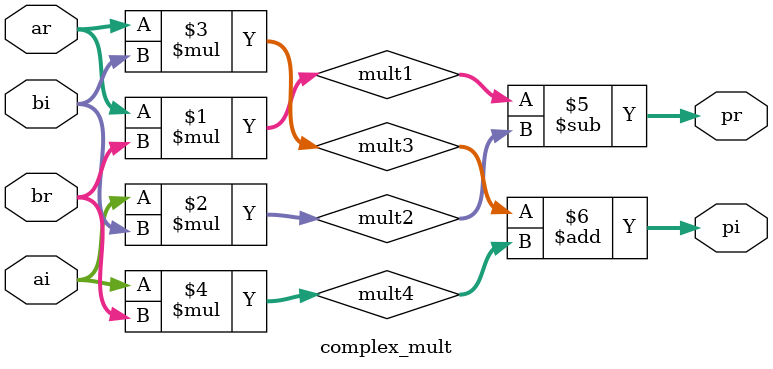
<source format=v>
module complex_mult (
    input signed [15:0] ar, ai,  // First complex number (real, imag)
    input signed [15:0] br, bi,  // Second complex number (real, imag)
    output signed [31:0] pr, pi   // Product (real, imag)
);
    wire signed [31:0] mult1, mult2, mult3, mult4;
    
    assign mult1 = ar * br;
    assign mult2 = ai * bi;
    assign mult3 = ar * bi;
    assign mult4 = ai * br;
    
    assign pr = mult1 - mult2;
    assign pi = mult3 + mult4;
endmodule
</source>
